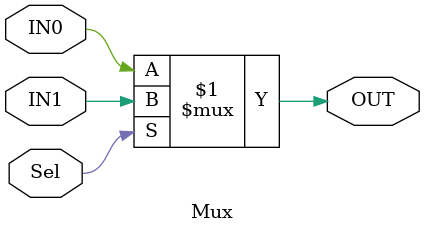
<source format=v>
`timescale 1ns / 1ps

module Mux
#(parameter Width = 1)
(
	input [Width-1 : 0] IN1, IN0,
	input Sel,
	output [Width-1 : 0] OUT
);

	assign OUT = Sel ? IN1 : IN0;

endmodule

</source>
